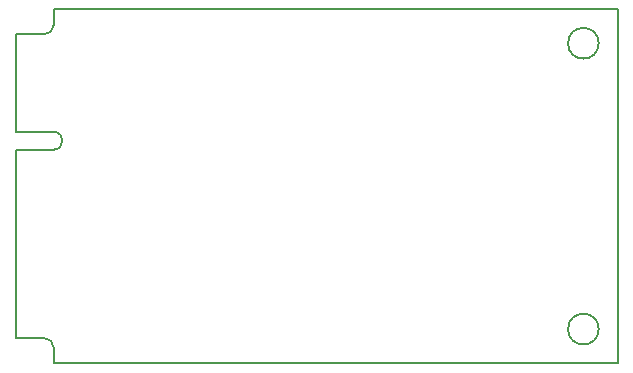
<source format=gko>
G04*
G04 #@! TF.GenerationSoftware,Altium Limited,Altium Designer,19.0.4 (130)*
G04*
G04 Layer_Color=16711935*
%FSLAX25Y25*%
%MOIN*%
G70*
G01*
G75*
%ADD87C,0.00500*%
D87*
X12642Y5221D02*
G03*
X9493Y8371I-3150J0D01*
G01*
Y109552D02*
G03*
X12642Y112702I0J3150D01*
G01*
X194335Y106599D02*
G03*
X194335Y106599I-5118J0D01*
G01*
Y11324D02*
G03*
X194335Y11324I-5118J0D01*
G01*
X12639Y71166D02*
G03*
X12639Y77072I0J2953D01*
G01*
X200635Y-93D02*
Y118017D01*
X12642Y-93D02*
X200635D01*
X12642Y118017D02*
X200635D01*
X44Y109552D02*
X9493D01*
X44Y8371D02*
X9493D01*
X12642Y112702D02*
Y118017D01*
Y-93D02*
Y5221D01*
X200635Y11324D02*
Y58962D01*
X44Y77072D02*
X12839D01*
X44Y71166D02*
X12839D01*
X44Y77237D02*
Y109552D01*
Y8371D02*
Y71166D01*
M02*

</source>
